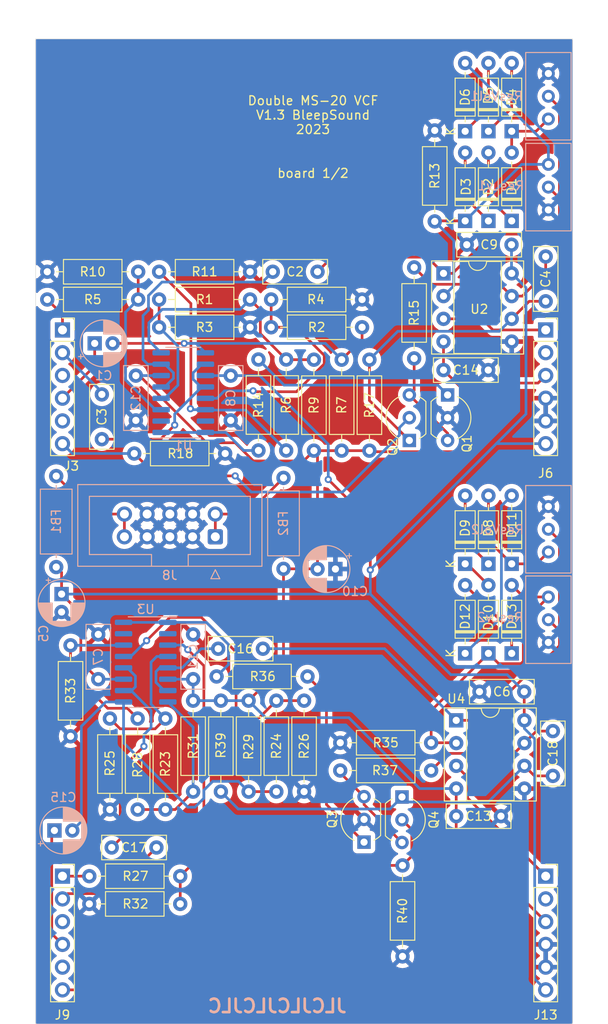
<source format=kicad_pcb>
(kicad_pcb (version 20221018) (generator pcbnew)
  (layers (0 "F.Cu" signal) (31 "B.Cu" signal) (34 "B.Paste" user) (35 "F.Paste" user) (36 "B.SilkS" user "B.Silkscreen") (37 "F.SilkS" user "F.Silkscreen") (38 "B.Mask" user) (39 "F.Mask" user) (44 "Edge.Cuts" user))
  (net 0 "")
  (net 1 "GND")
  (net 2 "+12V")
  (net 3 "-12V")
  (net 4 "Net-(C4-Pad1)")
  (net 5 "Net-(C2-Pad1)")
  (net 6 "Net-(Q2-C)")
  (net 7 "Net-(C1-Pad2)")
  (net 8 "Net-(Q4-C)")
  (net 9 "/HPass")
  (net 10 "/Out1")
  (net 11 "Net-(C2-Pad2)")
  (net 12 "Net-(C3-Pad1)")
  (net 13 "Net-(C15-Pad2)")
  (net 14 "/Filtre2/HPass")
  (net 15 "/Filtre2/Out1")
  (net 16 "Net-(D1-K)")
  (net 17 "Net-(D1-A)")
  (net 18 "Net-(C16-Pad1)")
  (net 19 "Net-(D2-K)")
  (net 20 "Net-(C16-Pad2)")
  (net 21 "Net-(D3-K)")
  (net 22 "Net-(D4-A)")
  (net 23 "Net-(D5-A)")
  (net 24 "Net-(C17-Pad1)")
  (net 25 "Net-(D8-K)")
  (net 26 "Net-(D11-K)")
  (net 27 "/LPass")
  (net 28 "/Cutoff")
  (net 29 "/ResOut")
  (net 30 "Net-(C18-Pad1)")
  (net 31 "/Filtre2/LPass")
  (net 32 "/Filtre2/Cutoff")
  (net 33 "/Filtre2/ResOut")
  (net 34 "Net-(D10-A)")
  (net 35 "Net-(D10-K)")
  (net 36 "Net-(D11-A)")
  (net 37 "Net-(D12-A)")
  (net 38 "Net-(R1-Pad2)")
  (net 39 "Net-(J8-Pin_10)")
  (net 40 "Net-(J8-Pin_1)")
  (net 41 "Net-(R23-Pad2)")
  (net 48 "Net-(Q1-C)")
  (net 49 "Net-(Q1-E)")
  (net 50 "Net-(Q3-C)")
  (net 51 "Net-(Q3-E)")
  (net 52 "Net-(U1C--)")
  (net 53 "Net-(U1A--)")
  (net 54 "Net-(U1C-+)")
  (net 55 "Net-(U1A-+)")
  (net 56 "Net-(U3C--)")
  (net 57 "Net-(U3A--)")
  (net 58 "Net-(U3C-+)")
  (net 59 "Net-(U3A-+)")
  (net 61 "Net-(R14-Pad2)")
  (net 65 "Net-(R36-Pad2)")
  (footprint "Capacitor_THT:C_Disc_D7.0mm_W2.5mm_P5.00mm" (layer "F.Cu") (at 87 60.8 -90)
    (fp_text reference "C4")
    (fp_text value "1nF")
  )
  (footprint "Capacitor_THT:C_Disc_D7.0mm_W2.5mm_P5.00mm" (layer "F.Cu") (at 87.8 113.8 -90)
    (fp_text reference "C18")
    (fp_text value "1nF")
  )
  (footprint "Capacitor_THT:C_Disc_D7.0mm_W2.5mm_P5.00mm" (layer "F.Cu") (at 38.5 126.8)
    (fp_text reference "C17")
    (fp_text value "1nF")
  )
  (footprint "Diode_THT:D_DO-35_SOD27_P7.62mm_Horizontal" (layer "F.Cu") (at 83.2 56.82 90)
    (fp_text reference "D1")
    (fp_text value "1N4148")
  )
  (footprint "Diode_THT:D_DO-35_SOD27_P7.62mm_Horizontal" (layer "F.Cu") (at 83.2 46.81 90)
    (fp_text reference "D4")
    (fp_text value "1N4148")
  )
  (footprint "Diode_THT:D_DO-35_SOD27_P7.62mm_Horizontal" (layer "F.Cu") (at 80.6 56.82 90)
    (fp_text reference "D2")
    (fp_text value "1N4148")
  )
  (footprint "Diode_THT:D_DO-35_SOD27_P7.62mm_Horizontal" (layer "F.Cu") (at 80.6 46.81 90)
    (fp_text reference "D5")
    (fp_text value "1N4148")
  )
  (footprint "Diode_THT:D_DO-35_SOD27_P7.62mm_Horizontal" (layer "F.Cu") (at 78 56.82 90)
    (fp_text reference "D3")
    (fp_text value "1N4148")
  )
  (footprint "Diode_THT:D_DO-35_SOD27_P7.62mm_Horizontal" (layer "F.Cu") (at 78 46.81 90)
    (fp_text reference "D6")
    (fp_text value "1N4148")
  )
  (footprint "Connector_PinSocket_2.54mm:PinSocket_1x06_P2.54mm_Vertical" (layer "F.Cu") (at 87 69)
    (fp_text reference "J6")
    (fp_text value "Conn_CircuitBoard")
  )
  (footprint "Connector_PinSocket_2.54mm:PinSocket_1x06_P2.54mm_Vertical" (layer "F.Cu") (at 33 130)
    (fp_text reference "J9")
    (fp_text value "Conn_CircuitBoard")
  )
  (footprint "Package_TO_SOT_THT:TO-92_Inline_Wide" (layer "F.Cu") (at 76.04 76.26 -90)
    (fp_text reference "Q1")
    (fp_text value "BC559")
  )
  (footprint "Package_TO_SOT_THT:TO-92_Inline_Wide" (layer "F.Cu") (at 71.76 81.34 90)
    (fp_text reference "Q2")
    (fp_text value "BC559")
  )
  (footprint "Package_TO_SOT_THT:TO-92_Inline_Wide" (layer "F.Cu") (at 66.7 126.2 90)
    (fp_text reference "Q3")
    (fp_text value "BC559")
  )
  (footprint "Resistor_THT:R_Axial_DIN0207_L6.3mm_D2.5mm_P10.16mm_Horizontal" (layer "F.Cu") (at 53.96 68.7 180)
    (fp_text reference "R3")
    (fp_text value "470")
  )
  (footprint "Resistor_THT:R_Axial_DIN0207_L6.3mm_D2.5mm_P10.16mm_Horizontal" (layer "F.Cu") (at 31.3 62.5)
    (fp_text reference "R10")
    (fp_text value "470")
  )
  (footprint "Resistor_THT:R_Axial_DIN0207_L6.3mm_D2.5mm_P10.16mm_Horizontal" (layer "F.Cu") (at 54.9 72.3 -90)
    (fp_text reference "R14")
    (fp_text value "2.2k")
  )
  (footprint "Resistor_THT:R_Axial_DIN0207_L6.3mm_D2.5mm_P10.16mm_Horizontal" (layer "F.Cu") (at 43.8 65.6)
    (fp_text reference "R1")
    (fp_text value "100k")
  )
  (footprint "Resistor_THT:R_Axial_DIN0207_L6.3mm_D2.5mm_P10.16mm_Horizontal" (layer "F.Cu") (at 67.3 82.48 90)
    (fp_text reference "R17")
    (fp_text value "100k")
  )
  (footprint "Resistor_THT:R_Axial_DIN0207_L6.3mm_D2.5mm_P10.16mm_Horizontal" (layer "F.Cu") (at 51.18 82.8 180)
    (fp_text reference "R18")
    (fp_text value "2.2k")
  )
  (footprint "Resistor_THT:R_Axial_DIN0207_L6.3mm_D2.5mm_P10.16mm_Horizontal" (layer "F.Cu") (at 58 72.3 -90)
    (fp_text reference "R6")
    (fp_text value "100k")
  )
  (footprint "Resistor_THT:R_Axial_DIN0207_L6.3mm_D2.5mm_P10.16mm_Horizontal" (layer "F.Cu") (at 66.48 65.6 180)
    (fp_text reference "R4")
    (fp_text value "470")
  )
  (footprint "Resistor_THT:R_Axial_DIN0207_L6.3mm_D2.5mm_P10.16mm_Horizontal" (layer "F.Cu") (at 53.96 62.5 180)
    (fp_text reference "R11")
    (fp_text value "470")
  )
  (footprint "Resistor_THT:R_Axial_DIN0207_L6.3mm_D2.5mm_P10.16mm_Horizontal" (layer "F.Cu") (at 56.32 68.7)
    (fp_text reference "R2")
    (fp_text value "100k")
  )
  (footprint "Resistor_THT:R_Axial_DIN0207_L6.3mm_D2.5mm_P10.16mm_Horizontal" (layer "F.Cu") (at 74.6 46.72 -90)
    (fp_text reference "R13")
    (fp_text value "2.2k")
  )
  (footprint "Resistor_THT:R_Axial_DIN0207_L6.3mm_D2.5mm_P10.16mm_Horizontal" (layer "F.Cu") (at 38.3 122.56 90)
    (fp_text reference "R25")
    (fp_text value "470")
  )
  (footprint "Resistor_THT:R_Axial_DIN0207_L6.3mm_D2.5mm_P10.16mm_Horizontal" (layer "F.Cu") (at 60.38 107.7 180)
    (fp_text reference "R36")
    (fp_text value "2.2k")
  )
  (footprint "Resistor_THT:R_Axial_DIN0207_L6.3mm_D2.5mm_P10.16mm_Horizontal" (layer "F.Cu") (at 44.5 112.4 -90)
    (fp_text reference "R23")
    (fp_text value "100k")
  )
  (footprint "Resistor_THT:R_Axial_DIN0207_L6.3mm_D2.5mm_P10.16mm_Horizontal" (layer "F.Cu") (at 50.7 110.4 -90)
    (fp_text reference "R39")
    (fp_text value "100k")
  )
  (footprint "Resistor_THT:R_Axial_DIN0207_L6.3mm_D2.5mm_P10.16mm_Horizontal" (layer "F.Cu") (at 64.04 118.2)
    (fp_text reference "R37")
    (fp_text value "1k")
  )
  (footprint "Resistor_THT:R_Axial_DIN0207_L6.3mm_D2.5mm_P10.16mm_Horizontal" (layer "F.Cu") (at 71 138.96 90)
    (fp_text reference "R40")
    (fp_text value "2.2k")
  )
  (footprint "Resistor_THT:R_Axial_DIN0207_L6.3mm_D2.5mm_P10.16mm_Horizontal" (layer "F.Cu") (at 47.6 110.4 -90)
    (fp_text reference "R31")
    (fp_text value "1.8k")
  )
  (footprint "Resistor_THT:R_Axial_DIN0207_L6.3mm_D2.5mm_P10.16mm_Horizontal" (layer "F.Cu") (at 41.4 122.56 90)
    (fp_text reference "R28")
    (fp_text value "100k")
  )
  (footprint "Resistor_THT:R_Axial_DIN0207_L6.3mm_D2.5mm_P10.16mm_Horizontal" (layer "F.Cu") (at 60 120.56 90)
    (fp_text reference "R26")
    (fp_text value "470")
  )
  (footprint "Resistor_THT:R_Axial_DIN0207_L6.3mm_D2.5mm_P10.16mm_Horizontal" (layer "F.Cu") (at 33.9 114.38 90)
    (fp_text reference "R33")
    (fp_text value "470")
  )
  (footprint "Resistor_THT:R_Axial_DIN0207_L6.3mm_D2.5mm_P10.16mm_Horizontal" (layer "F.Cu") (at 56.9 110.4 -90)
    (fp_text reference "R24")
    (fp_text value "100k")
  )
  (footprint "Resistor_THT:R_Axial_DIN0207_L6.3mm_D2.5mm_P10.16mm_Horizontal" (layer "F.Cu") (at 53.8 110.4 -90)
    (fp_text reference "R29")
    (fp_text value "1.8k")
  )
  (footprint "Resistor_THT:R_Axial_DIN0207_L6.3mm_D2.5mm_P10.16mm_Horizontal" (layer "F.Cu") (at 64.04 115.1)
    (fp_text reference "R35")
    (fp_text value "2.2k")
  )
  (footprint "Package_DIP:DIP-8_W7.62mm_Socket" (layer "F.Cu") (at 77 112.6)
    (fp_text reference "U4")
    (fp_text value "TL072")
  )
  (footprint "Connector_PinSocket_2.54mm:PinSocket_1x06_P2.54mm_Vertical" (layer "F.Cu") (at 87 130)
    (fp_text reference "J13")
    (fp_text value "Conn_CircuitBoard")
  )
  (footprint "Resistor_THT:R_Axial_DIN0207_L6.3mm_D2.5mm_P10.16mm_Horizontal" (layer "F.Cu") (at 72.3 72.18 90)
    (fp_text reference "R15")
    (fp_text value "1k")
  )
  (footprint "Package_DIP:DIP-8_W7.62mm_Socket" (layer "F.Cu") (at 75.58 62.68)
    (fp_text reference "U2")
    (fp_text value "TL072")
  )
  (footprint "Package_TO_SOT_THT:TO-92_Inline_Wide" (layer "F.Cu") (at 70.94 121.16 -90)
    (fp_text reference "Q4")
    (fp_text value "BC559")
  )
  (footprint "Capacitor_THT:C_Disc_D7.0mm_W2.5mm_P5.00mm" (layer "F.Cu") (at 50.4 104.6)
    (fp_text reference "C16")
    (fp_text value "1nF")
  )
  (footprint "Diode_THT:D_DO-35_SOD27_P7.62mm_Horizontal" (layer "F.Cu") (at 78 95.12 90)
    (fp_text reference "D9")
    (fp_text value "1N4148")
  )
  (footprint "Diode_THT:D_DO-35_SOD27_P7.62mm_Horizontal" (layer "F.Cu") (at 80.6 95.12 90)
    (fp_text reference "D8")
    (fp_text value "1N4148")
  )
  (footprint "Diode_THT:D_DO-35_SOD27_P7.62mm_Horizontal" (layer "F.Cu") (at 83.2 95.12 90)
    (fp_text reference "D11")
    (fp_text value "1N4148")
  )
  (footprint "Diode_THT:D_DO-35_SOD27_P7.62mm_Horizontal" (layer "F.Cu") (at 83.2 105.12 90)
    (fp_text reference "D13")
    (fp_text value "1N4148")
  )
  (footprint "Diode_THT:D_DO-35_SOD27_P7.62mm_Horizontal" (layer "F.Cu") (at 80.6 105.12 90)
    (fp_text reference "D10")
    (fp_text value "1N4148")
  )
  (footprint "Diode_THT:D_DO-35_SOD27_P7.62mm_Horizontal" (layer "F.Cu") (at 78 105.12 90)
    (fp_text reference "D12")
    (fp_text value "1N4148")
  )
  (footprint "Capacitor_THT:C_Disc_D7.0mm_W2.5mm_P5.00mm" (layer "F.Cu") (at 56.5 62.5)
    (fp_text reference "C2")
    (fp_text value "1nF")
  )
  (footprint "Resistor_THT:R_Axial_DIN0207_L6.3mm_D2.5mm_P10.16mm_Horizontal" (layer "F.Cu") (at 31.3 65.6)
    (fp_text reference "R5")
    (fp_text value "100k")
  )
  (footprint "Resistor_THT:R_Axial_DIN0207_L6.3mm_D2.5mm_P10.16mm_Horizontal" (layer "F.Cu") (at 61.1 82.48 90)
    (fp_text reference "R9")
    (fp_text value "1.8k")
  )
  (footprint "Resistor_THT:R_Axial_DIN0207_L6.3mm_D2.5mm_P10.16mm_Horizontal" (layer "F.Cu") (at 64.2 82.48 90)
    (fp_text reference "R7")
    (fp_text value "1.8k")
  )
  (footprint "Connector_PinSocket_2.54mm:PinSocket_1x06_P2.54mm_Vertical" (layer "F.Cu") (at 33 69)
    (fp_text reference "J3")
    (fp_text value "Conn_CircuitBoard")
  )
  (footprint "Capacitor_THT:C_Disc_D7.0mm_W2.5mm_P5.00mm" (layer "F.Cu") (at 37.4 81.2 90)
    (fp_text reference "C3")
    (fp_text value "1nF")
  )
  (footprint "Resistor_THT:R_Axial_DIN0207_L6.3mm_D2.5mm_P10.16mm_Horizontal" (layer "F.Cu") (at 36 133.1)
    (fp_text reference "R32")
    (fp_text value "470")
  )
  (footprint "Resistor_THT:R_Axial_DIN0207_L6.3mm_D2.5mm_P10.16mm_Horizontal" (layer "F.Cu") (at 36 130)
    (fp_text reference "R27")
    (fp_text value "100k")
  )
  (footprint "Capacitor_THT:C_Disc_D7.0mm_W2.5mm_P5.00mm" (layer "F.Cu") (at 83.18 59.48 180)
    (fp_text reference "C9")
    (fp_text value "100nF")
  )
  (footprint "Capacitor_THT:C_Disc_D7.0mm_W2.5mm_P5.00mm" (layer "F.Cu") (at 82 123.3 180)
    (fp_text reference "C13")
    (fp_text value "100nF")
  )
  (footprint "Capacitor_THT:C_Disc_D7.0mm_W2.5mm_P5.00mm" (layer "F.Cu") (at 80.58 73.48 180)
    (fp_text reference "C14")
    (fp_text value "100nF")
  )
  (footprint "Capacitor_THT:C_Disc_D7.0mm_W2.5mm_P5.00mm" (layer "F.Cu") (at 84.6 109.4 180)
    (fp_text reference "C6")
    (fp_text value "100nF")
  )
  (footprint "Capacitor_THT:CP_Radial_D5.0mm_P2.00mm" (layer "B.Cu") (at 32.9 98.5 -90)
    (fp_text reference "C5")
    (fp_text value "10uF")
  )
  (footprint "Capacitor_THT:CP_Radial_D5.0mm_P2.00mm" (layer "B.Cu") (at 63.5 95.7 180)
    (fp_text reference "C10")
    (fp_text value "10uF")
  )
  (footprint "Capacitor_THT:CP_Radial_D5.0mm_P2.00mm" (layer "B.Cu") (at 36.6 70.5)
    (fp_text reference "C1")
    (fp_text value "10uF")
  )
  (footprint "Inductor_THT:L_Axial_L7.0mm_D3.3mm_P10.16mm_Horizontal_Fastron_MICC" (layer "B.Cu") (at 57.7 95.68 90)
    (fp_text reference "FB2")
    (fp_text value "10R")
  )
  (footprint "Potentiometer_THT:Potentiometer_Bourns_3386C_Horizontal" (layer "B.Cu") (at 87.3 55.59)
    (fp_text reference "ResLv1")
    (fp_text value "10k")
  )
  (footprint "Potentiometer_THT:Potentiometer_Bourns_3386C_Horizontal" (layer "B.Cu") (at 87.3 45.44)
    (fp_text reference "ResVol1")
    (fp_text value "10k")
  )
  (footprint "Package_SO:SOIC-16_3.9x9.9mm_P1.27mm" (layer "B.Cu") (at 42.3 106.1 180)
    (fp_text reference "U3")
    (fp_text value "LM13700")
  )
  (footprint "Capacitor_THT:CP_Radial_D5.0mm_P2.00mm" (layer "B.Cu") (at 32.1 124.9)
    (fp_text reference "C15")
    (fp_text value "10uF")
  )
  (footprint "Inductor_THT:L_Axial_L7.0mm_D3.3mm_P10.16mm_Horizontal_Fastron_MICC" (layer "B.Cu") (at 32.3 95.48 90)
    (fp_text reference "FB1")
    (fp_text value "10R")
  )
  (footprint "Potentiometer_THT:Potentiometer_Bourns_3386C_Horizontal" (layer "B.Cu") (at 87.3 103.9)
    (fp_text reference "ResLv2")
    (fp_text value "10k")
  )
  (footprint "Potentiometer_THT:Potentiometer_Bourns_3386C_Horizontal" (layer "B.Cu") (at 87.3 93.8)
    (fp_text reference "ResVol2")
    (fp_text value "10k")
  )
  (footprint "Package_SO:SOIC-16_3.9x9.9mm_P1.27mm" (layer "B.Cu") (at 46.5 76)
    (fp_text reference "U1")
    (fp_text value "LM13700")
  )
  (footprint "Connector_IDC:IDC-Header_2x05_P2.54mm_Vertical" (layer "B.Cu") (at 50.08 92.1 90)
    (fp_text reference "J8")
    (fp_text value "Power Input")
  )
  (footprint "Capacitor_THT:C_Disc_D7.0mm_W2.5mm_P5.00mm" (layer "B.Cu") (at 37 108 90)
    (fp_text reference "C7")
    (fp_text value "100nF")
  )
  (footprint "Capacitor_THT:C_Disc_D7.0mm_W2.5mm_P5.00mm" (layer "B.Cu") (at 41.2 79.1 90)
    (fp_text reference "C12")
    (fp_text value "100nF")
  )
  (footprint "Capacitor_THT:C_Disc_D7.0mm_W2.5mm_P5.00mm" (layer "B.Cu") (at 47.6 103 -90)
    (fp_text reference "C11")
    (fp_text value "100nF")
  )
  (footprint "Capacitor_THT:C_Disc_D7.0mm_W2.5mm_P5.00mm" (layer "B.Cu") (at 51.8 74.1 -90)
    (fp_text reference "C8")
    (fp_text value "100nF")
  )
  (gr_line (start 90 36.5) (end 90 146.5) (stroke (width 0.05)) (layer "Edge.Cuts"))
  (gr_line (start 30 36.5) (end 90 36.5) (stroke (width 0.05)) (layer "Edge.Cuts"))
  (gr_line (start 30 36.5) (end 30 146.5) (stroke (width 0.05)) (layer "Edge.Cuts"))
  (gr_line (start 30 146.5) (end 90 146.5) (stroke (width 0.05)) (layer "Edge.Cuts"))
  (gr_text "JLCJLCJLCJLC" (at 57 144.5) (layer "B.SilkS") (effects (font (size 1.5 1.5) (thickness 0.3)) (justify mirror)))
  (gr_text "Double MS-20 VCF\nV1.3 BleepSound\n2023" (at 61 45) (layer "F.SilkS") (effects (font (size 1 1))))
  (gr_text "board 1/2" (at 61 51.5) (layer "F.SilkS") (effects (font (size 1 1))))
  (segment (start 32.9 98.5) (end 32.9 96.08) (width 0.3) (layer "F.Cu") (net 2))
  (segment (start 35.05 100.65) (end 35.05 106.05) (width 0.3) (layer "F.Cu") (net 2))
  (segment (start 32.9 96.08) (end 32.3 95.48) (width 0.3) (layer "F.Cu") (net 2))
  (segment (start 84.6 109.4) (end 84.6 112.58) (width 0.3) (layer "F.Cu") (net 2))
  (segment (start 84.6 112.58) (end 84.62 112.6) (width 0.3) (layer "F.Cu") (net 2))
  (segment (start 62.7 85.7) (end 67.4 90.4) (width 0.3) (layer "F.Cu") (net 2))
  (segment (start 35.05 106.05) (end 37 108) (width 0.3) (layer "F.Cu") (net 2))
  (segment (start 32.9 98.5) (end 35.05 100.65) (width 0.3) (layer "F.Cu") (net 2))
  (segment (start 67.4 90.4) (end 67.4 95.8) (width 0.3) (layer "F.Cu") (net 2))
  (via (at 67.4 95.8) (size 0.8) (drill 0.4) (layers "F.Cu" "B.Cu") (net 2))
  (via (at 62.7 85.7) (size 0.8) (drill 0.4) (layers "F.Cu" "B.Cu") (net 2))
  (segment (start 32.9 98.5) (end 67.4 98.5) (width 0.3) (layer "B.Cu") (net 2))
  (segment (start 51.8 74.1) (end 55.039312 74.1) (width 0.3) (layer "B.Cu") (net 2))
  (segment (start 51.8 74.1) (end 48.98 74.1) (width 0.3) (layer "B.Cu") (net 2))
  (segment (start 55.039312 74.1) (end 62.7 81.760688) (width 0.3) (layer "B.Cu") (net 2))
  (segment (start 85.77 114.663654) (end 85.77 141.43) (width 0.3) (layer "B.Cu") (net 2))
  (segment (start 67.4 98.5) (end 76.4 107.5) (width 0.3) (layer "B.Cu") (net 2))
  (segment (start 48.98 74.1) (end 48.975 74.095) (width 0.3) (layer "B.Cu") (net 2))
  (segment (start 82.7 107.5) (end 84.6 109.4) (width 0.3) (layer "B.Cu") (net 2))
  (segment (start 84.62 113.513654) (end 85.77 114.663654) (width 0.3) (layer "B.Cu") (net 2))
  (segment (start 37.005 108.005) (end 37 108) (width 0.3) (layer "B.Cu") (net 2))
  (segment (start 85.75 141.45) (end 87 142.7) (width 0.3) (layer "B.Cu") (net 2))
  (segment (start 62.7 81.760688) (end 62.7 85.7) (width 0.3) (layer "B.Cu") (net 2))
  (segment (start 83.18 59.48) (end 83.18 62.66) (width 0.3) (layer "B.Cu") (net 2))
  (segment (start 83.18 62.66) (end 83.2 62.68) (width 0.3) (layer "B.Cu") (net 2))
  (segment (start 81.480688 81.7) (end 67.4 95.780688) (width 0.3) (layer "B.Cu") (net 2))
  (segment (start 87 81.7) (end 81.480688 81.7) (width 0.3) (layer "B.Cu") (net 2))
  (segment (start 85.77 141.43) (end 85.75 141.45) (width 0.3) (layer "B.Cu") (net 2))
  (segment (start 83.2 62.68) (end 84.8 64.28) (width 0.3) (layer "B.Cu") (net 2))
  (segment (start 67.4 95.780688) (end 67.4 98.5) (width 0.3) (layer "B.Cu") (net 2))
  (segment (start 84.8 78.380688) (end 81.480688 81.7) (width 0.3) (layer "B.Cu") (net 2))
  (segment (start 84.62 112.6) (end 84.62 113.513654) (width 0.3) (layer "B.Cu") (net 2))
  (segment (start 76.4 107.5) (end 82.7 107.5) (width 0.3) (layer "B.Cu") (net 2))
  (segment (start 84.8 64.28) (end 84.8 78.380688) (width 0.3) (layer "B.Cu") (net 2))
  (segment (start 39.825 108.005) (end 37.005 108.005) (width 0.3) (layer "B.Cu") (net 2))
  (segment (start 61.5 82.88) (end 61.1 82.48) (width 0.3) (layer "F.Cu") (net 3))
  (segment (start 77 125.08) (end 87 135.08) (width 0.3) (layer "F.Cu") (net 3))
  (segment (start 61.1 82.48) (end 64.2 82.48) (width 0.3) (layer "F.Cu") (net 3))
  (segment (start 49.1 81.6) (end 52.3 81.6) (width 0.3) (layer "F.Cu") (net 3))
  (segment (start 87 74.08) (end 86.15 74.93) (width 0.3) (layer "F.Cu") (net 3))
  (segment (start 77 123.3) (end 77 120.22) (width 0.3) (layer "F.Cu") (net 3))
  (segment (start 86.15 74.93) (end 77.03 74.93) (width 0.3) (layer "F.Cu") (net 3))
  (segment (start 41.6 74.1) (end 49.1 81.6) (width 0.3) (layer "F.Cu") (net 3))
  (segment (start 57.7 95.68) (end 61.48 95.68) (width 0.3) (layer "F.Cu") (net 3))
  (segment (start 75.58 70.3) (end 75.58 73.48) (width 0.3) (layer "F.Cu") (net 3))
  (segment (start 77 123.3) (end 77 125.08) (width 0.3) (layer "F.Cu") (net 3))
  (segment (start 59.95 83.63) (end 61.1 82.48) (width 0.3) (layer "F.Cu") (net 3))
  (segment (start 77.03 74.93) (end 75.58 73.48) (width 0.3) (layer "F.Cu") (net 3))
  (segment (start 52.3 81.6) (end 54.33 83.63) (width 0.3) (layer "F.Cu") (net 3))
  (segment (start 61.5 95.7) (end 61.5 82.88) (width 0.3) (layer "F.Cu") (net 3))
  (segment (start 77.03 74.93) (end 78.1 76) (width 0.3) (layer "F.Cu") (net 3))
  (segment (start 57.7 95.68) (end 57.7 106.5) (width 0.3) (layer "F.Cu") (net 3))
  (segment (start 67.42 82.6) (end 67.3 82.48) (width 0.3) (layer "F.Cu") (net 3))
  (segment (start 76.8 82.6) (end 67.42 82.6) (width 0.3) (layer "F.Cu") (net 3))
  (segment (start 78.1 81.3) (end 76.8 82.6) (width 0.3) (layer "F.Cu") (net 3))
  (segment (start 57.7 106.5) (end 53.8 110.4) (width 0.3) (layer "F.Cu") (net 3))
  (segment (start 54.33 83.63) (end 59.95 83.63) (width 0.3) (layer "F.Cu") (net 3))
  (segment (start 61.48 95.68) (end 61.5 95.7) (width 0.3) (layer "F.Cu") (net 3))
  (segment (start 78.1 76) (end 78.1 81.3) (width 0.3) (layer "F.Cu") (net 3))
  (segment (start 64.2 82.48) (end 67.3 82.48) (width 0.3) (layer "F.Cu") (net 3))
  (segment (start 41.2 74.1) (end 41.6 74.1) (width 0.3) (layer "F.Cu") (net 3))
  (segment (start 44.025 74.095) (end 41.205 74.095) (width 0.3) (layer "B.Cu") (net 3))
  (segment (start 44.775 108.005) (end 47.595 108.005) (width 0.3) (layer "B.Cu") (net 3))
  (segment (start 47.595 108.005) (end 47.6 108) (width 0.3) (layer "B.Cu") (net 3))
  (segment (start 41.205 74.095) (end 41.2 74.1) (width 0.3) (layer "B.Cu") (net 3))
  (segment (start 55.7 112.3) (end 53.8 110.4) (width 0.3) (layer "B.Cu") (net 3))
  (segment (start 50.7 110.4) (end 53.8 110.4) (width 0.3) (layer "B.Cu") (net 3))
  (segment (start 77 120.22) (end 72.92 120.22) (width 0.3) (layer "B.Cu") (net 3))
  (segment (start 65 112.3) (end 55.7 112.3) (width 0.3) (layer "B.Cu") (net 3))
  (segment (start 72.92 120.22) (end 65 112.3) (width 0.3) (layer "B.Cu") (net 3))
  (segment (start 47.6 110.4) (end 50.7 110.4) (width 0.3) (layer "B.Cu") (net 3))
  (segment (start 47.6 108) (end 47.6 110.4) (width 0.3) (layer "B.Cu") (net 3))
  (segment (start 72.3 62.02) (end 74.18 63.9) (width 0.3) (layer "F.Cu") (net 4))
  (segment (start 81.88 63.9) (end 83.2 65.22) (width 0.3) (layer "F.Cu") (net 4))
  (segment (start 87 60.8) (end 87 62.6) (width 0.3) (layer "F.Cu") (net 4))
  (segment (start 87 62.6) (end 84.38 65.22) (width 0.3) (layer "F.Cu") (net 4))
  (segment (start 74.18 63.9) (end 81.88 63.9) (width 0.3) (layer "F.Cu") (net 4))
  (segment (start 84.38 65.22) (end 83.2 65.22) (width 0.3) (layer "F.Cu") (net 4))
  (segment (start 42.525 72.825) (end 44.025 72.825) (width 0.3) (layer "B.Cu") (net 5))
  (segment (start 44.123654 63.65) (end 42.61 65.163654) (width 0.3) (layer "B.Cu") (net 5))
  (segment (start 44.025 72.825) (end 44.437107 72.825) (width 0.3) (layer "B.Cu") (net 5))
  (segment (start 42.61 66.79) (end 42 67.4) (width 0.3) (layer "B.Cu") (net 5))
  (segment (start 42.61 65.163654) (end 42.61 66.79) (width 0.3) (layer "B.Cu") (net 5))
  (segment (start 45.4 73.787893) (end 45.4 74.402107) (width 0.3) (layer "B.Cu") (net 5))
  (segment (start 44.437107 75.365) (end 44.025 75.365) (width 0.3) (layer "B.Cu") (net 5))
  (segment (start 45.4 74.402107) (end 44.437107 75.365) (width 0.3) (layer "B.Cu") (net 5))
  (segment (start 42 67.4) (end 42 72.3) (width 0.3) (layer "B.Cu") (net 5))
  (segment (start 44.437107 72.825) (end 45.4 73.787893) (width 0.3) (layer "B.Cu") (net 5))
  (segment (start 55.35 63.65) (end 44.123654 63.65) (width 0.3) (layer "B.Cu") (net 5))
  (segment (start 42 72.3) (end 42.525 72.825) (width 0.3) (layer "B.Cu") (net 5))
  (segment (start 56.5 62.5) (end 55.35 63.65) (width 0.3) (layer "B.Cu") (net 5))
  (segment (start 67.3 76.88) (end 71.76 81.34) (width 0.3) (layer "F.Cu") (net 6))
  (segment (start 87 65.8) (end 85.16 65.8) (width 0.3) (layer "F.Cu") (net 6))
  (segment (start 67.3 72.32) (end 67.3 76.88) (width 0.3) (layer "F.Cu") (net 6))
  (segment (start 85.16 65.8) (end 83.2 67.76) (width 0.3) (layer "F.Cu") (net 6))
  (segment (start 70.47 69.15) (end 67.3 72.32) (width 0.3) (layer "B.Cu") (net 6))
  (segment (start 83.2 67.76) (end 81.81 69.15) (width 0.3) (layer "B.Cu") (net 6))
  (segment (start 81.81 69.15) (end 70.47 69.15) (width 0.3) (layer "B.Cu") (net 6))
  (segment (start 38.6 70.5) (end 46.6 70.5) (width 0.3) (layer "F.Cu") (net 7))
  (segment (start 66.48 68.7) (end 66.48 70.04) (width 0.3) (layer "F.Cu") (net 7))
  (segment (start 66.48 70.04) (end 64.2 72.32) (width 0.3) (layer "F.Cu") (net 7))
  (via (at 46.6 70.5) (size 0.8) (drill 0.4) (layers "F.Cu" "B.Cu") (net 7))
  (segment (start 47.92 70.5) (end 48.975 71.555) (width 0.3) (layer "B.Cu") (net 7))
  (segment (start 46.6 70.5) (end 47.92 70.5) (width 0.3) (layer "B.Cu") (net 7))
  (segment (start 62.38 70.5) (end 64.2 72.32) (width 0.3) (layer "B.Cu") (net 7))
  (segment (start 46.6 70.5) (end 62.38 70.5) (width 0.3) (layer "B.Cu") (net 7))
  (segment (start 85.74 118.8) (end 84.62 117.68) (width 0.3) (layer "F.Cu") (net 8))
  (segment (start 87.8 118.8) (end 85.74 118.8) (width 0.3) (layer "F.Cu") (net 8))
  (segment (start 84.62 117.68) (end 80.580689 121.719311) (width 0.3) (layer "B.Cu") (net 8))
  (segment (start 69.6 122.5) (end 52.64 122.5) (width 0.3) (layer "B.Cu") (net 8))
  (segment (start 52.64 122.5) (end 50.7 120.56) (width 0.3) (layer "B.Cu") (net 8))
  (segment (start 71.499311 121.719311) (end 70.94 121.16) (width 0.3) (layer "B.Cu") (net 8))
  (segment (start 70.94 121.16) (end 69.6 122.5) (width 0.3) (layer "B.Cu") (net 8))
  (segment (start 80.580689 121.719311) (end 71.499311 121.719311) (width 0.3) (layer "B.Cu") (net 8))
  (segment (start 33 71.54) (end 37.4 75.94) (width 0.3) (layer "B.Cu") (net 9))
  (segment (start 37.4 75.94) (end 37.4 76.2) (width 0.3) (layer "B.Cu") (net 9))
  (segment (start 36.6 73.02) (end 33 76.62) (width 0.3) (layer "F.Cu") (net 10))
  (segment (start 36.6 70.5) (end 36.6 73.02) (width 0.3) (layer "F.Cu") (net 10))
  (segment (start 63.13 60.87) (end 61.5 62.5) (width 0.3) (layer "F.Cu") (net 11))
  (segment (start 76.606346 62.68) (end 75.58 62.68) (width 0.3) (layer "F.Cu") (net 11))
  (segment (start 87.3 42.9) (end 88.54 44.14) (width 0.3) (layer "F.Cu") (net 11))
  (segment (start 87.3 53.05) (end 88.41 54.16) (width 0.3) (layer "F.Cu") (net 11))
  (segment (start 75.58 62.68) (end 73.77 60.87) (width 0.3) (layer "F.Cu") (net 11))
  (segment (start 87 58.3) (end 80.986346 58.3) (width 0.3) (layer "F.Cu") (net 11))
  (segment (start 73.77 60.87) (end 63.13 60.87) (width 0.3) (layer "F.Cu") (net 11))
  (segment (start 88.54 44.14) (end 88.54 54.16) (width 0.3) (layer "F.Cu") (net 11))
  (segment (start 88.41 54.16) (end 88.54 54.16) (width 0.3) (layer "F.Cu") (net 11))
  (segment (start 88.54 56.76) (end 87 58.3) (width 0.3) (layer "F.Cu") (net 11))
  (segment (start 88.54 54.16) (end 88.54 56.76) (width 0.3) (layer "F.Cu") (net 11))
  (segment (start 80.986346 58.3) (end 76.606346 62.68) (width 0.3) (layer "F.Cu") (net 11))
  (segment (start 45.540266 79.617035) (end 43.957301 81.2) (width 0.3) (layer "F.Cu") (net 12))
  (segment (start 43.957301 81.2) (end 37.4 81.2) (width 0.3) (layer "F.Cu") (net 12))
  (via (at 45.540266 79.617035) (size 0.8) (drill 0.4) (layers "F.Cu" "B.Cu") (net 12))
  (segment (start 48.975 72.825) (end 48.562893 72.825) (width 0.3) (layer "B.Cu") (net 12))
  (segment (start 47.6 74.5) (end 48.465 75.365) (width 0.3) (layer "B.Cu") (net 12))
  (segment (start 45.540266 78.387627) (end 48.562893 75.365) (width 0.3) (layer "B.Cu") (net 12))
  (segment (start 47.6 73.787893) (end 47.6 74.5) (width 0.3) (layer "B.Cu") (net 12))
  (segment (start 48.562893 75.365) (end 48.975 75.365) (width 0.3) (layer "B.Cu") (net 12))
  (segment (start 48.465 75.365) (end 48.975 75.365) (width 0.3) (layer "B.Cu") (net 12))
  (segment (start 48.562893 72.825) (end 47.6 73.787893) (width 0.3) (layer "B.Cu") (net 12))
  (segment (start 45.540266 79.617035) (end 45.540266 78.387627) (width 0.3) (layer "B.Cu") (net 12))
  (segment (start 56.9 120.56) (end 53.8 120.56) (width 0.3) (layer "F.Cu") (net 13))
  (segment (start 39.825 115.104312) (end 47.020688 122.3) (width 0.3) (layer "B.Cu") (net 13))
  (segment (start 39.825 110.545) (end 37.835688 110.545) (width 0.3) (layer "B.Cu") (net 13))
  (segment (start 49.8 119.4) (end 48.8 120.4) (width 0.3) (layer "B.Cu") (net 13))
  (segment (start 53.8 120.56) (end 52.65 119.41) (width 0.3) (layer "B.Cu") (net 13))
  (segment (start 52.65 119.41) (end 49.81 119.41) (width 0.3) (layer "B.Cu") (net 13))
  (segment (start 47.020688 122.3) (end 47.5 122.3) (width 0.3) (layer "B.Cu") (net 13))
  (segment (start 37.835688 110.545) (end 35.11 113.270688) (width 0.3) (layer "B.Cu") (net 13))
  (segment (start 48.8 121.3) (end 47.8 122.3) (width 0.3) (layer "B.Cu") (net 13))
  (segment (start 48.8 120.4) (end 48.8 121.3) (width 0.3) (layer "B.Cu") (net 13))
  (segment (start 49.81 119.41) (end 49.8 119.4) (width 0.3) (layer "B.Cu") (net 13))
  (segment (start 39.825 110.545) (end 39.825 115.104312) (width 0.3) (layer "B.Cu") (net 13))
  (segment (start 35.11 113.270688) (end 35.11 123.89) (width 0.3) (layer "B.Cu") (net 13))
  (segment (start 47.8 122.3) (end 47.5 122.3) (width 0.3) (layer "B.Cu") (net 13))
  (segment (start 35.11 123.89) (end 34.1 124.9) (width 0.3) (layer "B.Cu") (net 13))
  (segment (start 43.5 126.8) (end 38.35 131.95) (width 0.3) (layer "F.Cu") (net 14))
  (segment (start 38.35 131.95) (end 33.59 131.95) (width 0.3) (layer "F.Cu") (net 14))
  (segment (start 33.59 131.95) (end 33 132.54) (width 0.3) (layer "F.Cu") (net 14))
  (segment (start 31.8 136.42) (end 33 137.62) (width 0.3) (layer "F.Cu") (net 15))
  (segment (start 31.8 125.2) (end 31.8 136.42) (width 0.3) (layer "F.Cu") (net 15))
  (segment (start 32.1 124.9) (end 31.8 125.2) (width 0.3) (layer "F.Cu") (net 15))
  (segment (start 80.6 54.22) (end 83.2 56.82) (width 0.3) (layer "F.Cu") (net 16))
  (segment (start 80.6 49.2) (end 80.6 54.22) (width 0.3) (layer "F.Cu") (net 16))
  (segment (start 83.2 46.81) (end 83.2 49.2) (width 0.3) (layer "F.Cu") (net 17))
  (segment (start 85.93 46.81) (end 87.3 45.44) (width 0.3) (layer "F.Cu") (net 17))
  (segment (start 83.2 46.81) (end 85.93 46.81) (width 0.3) (layer "F.Cu") (net 17))
  (segment (start 44.775 109.275) (end 44.362893 109.275) (width 0.3) (layer "B.Cu") (net 18))
  (segment (start 44.362893 109.275) (end 43.45 108.362107) (width 0.3) (layer "B.Cu") (net 18))
  (segment (start 43.865 106.735) (end 44.775 106.735) (width 0.3) (layer "B.Cu") (net 18))
  (segment (start 43.45 107.15) (end 43.865 106.735) (width 0.3) (layer "B.Cu") (net 18))
  (segment (start 48.5 104.6) (end 46.365 106.735) (width 0.3) (layer "B.Cu") (net 18))
  (segment (start 50.4 104.6) (end 48.5 104.6) (width 0.3) (layer "B.Cu") (net 18))
  (segment (start 43.45 108.362107) (end 43.45 107.15) (width 0.3) (layer "B.Cu") (net 18))
  (segment (start 46.365 106.735) (end 44.775 106.735) (width 0.3) (layer "B.Cu") (net 18))
  (segment (start 78 49.2) (end 78 54.22) (width 0.3) (layer "F.Cu") (net 19))
  (segment (start 78 54.22) (end 80.6 56.82) (width 0.3) (layer "F.Cu") (net 19))
  (segment (start 87.3 91.26) (end 88.54 92.5) (width 0.3) (layer "F.Cu") (net 20))
  (segment (start 84.873654 107.5) (end 79.773654 112.6) (width 0.3) (layer "F.Cu") (net 20))
  (segment (start 88.54 102.56) (end 88.54 104.26) (width 0.3) (layer "F.Cu") (net 20))
  (segment (start 87.3 101.36) (end 88.5 102.56) (width 0.3) (layer "F.Cu") (net 20))
  (segment (start 88.54 92.5) (end 88.54 92.54) (width 0.3) (layer "F.Cu") (net 20))
  (segment (start 88.5 102.56) (end 88.54 102.56) (width 0.3) (layer "F.Cu") (net 20))
  (segment (start 85.3 107.5) (end 84.873654 107.5) (width 0.3) (layer "F.Cu") (net 20))
  (segment (start 79.773654 112.6) (end 77 112.6) (width 0.3) (layer "F.Cu") (net 20))
  (segment (start 88.54 92.54) (end 88.54 102.56) (width 0.3) (layer "F.Cu") (net 20))
  (segment (start 88.54 104.26) (end 85.3 107.5) (width 0.3) (layer "F.Cu") (net 20))
  (segment (start 69 104.6) (end 55.4 104.6) (width 0.3) (layer "B.Cu") (net 20))
  (segment (start 77 112.6) (end 69 104.6) (width 0.3) (layer "B.Cu") (net 20))
  (segment (start 74.66 56.82) (end 74.6 56.88) (width 0.3) (layer "F.Cu") (net 21))
  (segment (start 78 56.82) (end 74.66 56.82) (width 0.3) (layer "F.Cu") (net 21))
  (segment (start 87.3 48.49) (end 87.3 50.51) (width 0.3) (layer "B.Cu") (net 21))
  (segment (start 76.73 64.07) (end 76.73 59.01) (width 0.3) (layer "B.Cu") (net 21))
  (segment (start 84.31 50.51) (end 78 56.82) (width 0.3) (layer "B.Cu") (net 21))
  (segment (start 87.3 50.51) (end 84.31 50.51) (width 0.3) (layer "B.Cu") (net 21))
  (segment (start 75.58 65.22) (end 76.73 64.07) (width 0.3) (layer "B.Cu") (net 21))
  (segment (start 76.73 59.01) (end 74.6 56.88) (width 0.3) (layer "B.Cu") (net 21))
  (segment (start 78 39.19) (end 87.3 48.49) (width 0.3) (layer "B.Cu") (net 21))
  (segment (start 83.2 44.21) (end 80.6 46.81) (width 0.3) (layer "F.Cu") (net 22))
  (segment (start 83.2 39.19) (end 83.2 44.21) (width 0.3) (layer "F.Cu") (net 22))
  (segment (start 80.6 44.21) (end 78 46.81) (width 0.3) (layer "F.Cu") (net 23))
  (segment (start 80.6 39.19) (end 80.6 44.21) (width 0.3) (layer "F.Cu") (net 23))
  (segment (start 38.5 126.8) (end 39.45 125.85) (width 0.3) (layer "F.Cu") (net 24))
  (segment (start 39.45 118.15) (end 42.1 115.5) (width 0.3) (layer "F.Cu") (net 24))
  (segment (start 39.45 125.85) (end 39.45 118.15) (width 0.3) (layer "F.Cu") (net 24))
  (via (at 42.1 115.5) (size 0.8) (drill 0.4) (layers "F.Cu" "B.Cu") (net 24))
  (segment (start 40.667894 109.275) (end 39.825 109.275) (width 0.3) (layer "B.Cu") (net 24))
  (segment (start 40.237107 106.735) (end 41.15 107.647893) (width 0.3) (layer "B.Cu") (net 24))
  (segment (start 42.1 115.5) (end 42.1 114.2) (width 0.3) (layer "B.Cu") (net 24))
  (segment (start 41.15 108.85) (end 40.725 109.275) (width 0.3) (layer "B.Cu") (net 24))
  (segment (start 41.15 107.647893) (end 41.15 108.85) (width 0.3) (layer "B.Cu") (net 24))
  (segment (start 39.825 106.735) (end 40.237107 106.735) (width 0.3) (layer "B.Cu") (net 24))
  (segment (start 42.1 114.2) (end 42.9 113.4) (width 0.3) (layer "B.Cu") (net 24))
  (segment (start 42.9 113.4) (end 42.9 111.507106) (width 0.3) (layer "B.Cu") (net 24))
  (segment (start 42.9 111.507106) (end 40.667894 109.275) (width 0.3) (layer "B.Cu") (net 24))
  (segment (start 40.725 109.275) (end 39.825 109.275) (width 0.3) (layer "B.Cu") (net 24))
  (segment (start 78 92.52) (end 80.6 95.12) (width 0.3) (layer "F.Cu") (net 25))
  (segment (start 78 87.5) (end 78 92.52) (width 0.3) (layer "F.Cu") (net 25))
  (segment (start 85.98 95.12) (end 87.3 93.8) (width 0.3) (layer "F.Cu") (net 26))
  (segment (start 83.2 95.12) (end 85.98 95.12) (width 0.3) (layer "F.Cu") (net 26))
  (segment (start 80.6 92.52) (end 83.2 95.12) (width 0.3) (layer "F.Cu") (net 26))
  (segment (start 80.6 87.5) (end 80.6 92.52) (width 0.3) (layer "F.Cu") (net 26))
  (segment (start 33 69) (end 33 67.3) (width 0.3) (layer "F.Cu") (net 27))
  (segment (start 33 67.3) (end 31.3 65.6) (width 0.3) (layer "F.Cu") (net 27))
  (segment (start 43.52 85.3) (end 41.02 82.8) (width 0.3) (layer "F.Cu") (net 28))
  (segment (start 52.3 85.3) (end 43.52 85.3) (width 0.3) (layer "F.Cu") (net 28))
  (via (at 52.3 85.3) (size 0.8) (drill 0.4) (layers "F.Cu" "B.Cu") (net 28))
  (segment (start 41.02 82.8) (end 34.1 82.8) (width 0.3) (layer "B.Cu") (net 28))
  (segment (start 70.66 79.9) (end 70.66 80.746346) (width 0.3) (layer "B.Cu") (net 28))
  (segment (start 70.66 80.746346) (end 64.306346 87.1) (width 0.3) (layer "B.Cu") (net 28))
  (segment (start 64.306346 87.1) (end 54.1 87.1) (width 0.3) (layer "B.Cu") (net 28))
  (segment (start 34.1 82.8) (end 33 81.7) (width 0.3) (layer "B.Cu") (net 28))
  (segment (start 54.1 87.1) (end 52.3 85.3) (width 0.3) (layer "B.Cu") (net 28))
  (segment (start 71.76 78.8) (end 70.66 79.9) (width 0.3) (layer "B.Cu") (net 28))
  (segment (start 75.58 67.76) (end 79.86 67.76) (width 0.3) (layer "F.Cu") (net 29))
  (segment (start 79.86 67.76) (end 81.1 69) (width 0.3) (layer "F.Cu") (net 29))
  (segment (start 81.1 69) (end 87 69) (width 0.3) (layer "F.Cu") (net 29))
  (segment (start 85.96 113.8) (end 84.62 115.14) (width 0.3) (layer "F.Cu") (net 30))
  (segment (start 87.8 113.8) (end 85.96 113.8) (width 0.3) (layer "F.Cu") (net 30))
  (segment (start 84.62 115.14) (end 83.47 116.29) (width 0.3) (layer "F.Cu") (net 30))
  (segment (start 83.47 116.29) (end 76.11 116.29) (width 0.3) (layer "F.Cu") (net 30))
  (segment (start 76.11 116.29) (end 74.2 118.2) (width 0.3) (layer "F.Cu") (net 30))
  (segment (start 36 130) (end 33 130) (width 0.3) (layer "F.Cu") (net 31))
  (segment (start 72.04 127.76) (end 72.04 124.8) (width 0.3) (layer "F.Cu") (net 32))
  (segment (start 71 128.8) (end 62 128.8) (width 0.3) (layer "F.Cu") (net 32))
  (segment (start 62 128.8) (end 48.1 142.7) (width 0.3) (layer "F.Cu") (net 32))
  (segment (start 72.04 124.8) (end 70.94 123.7) (width 0.3) (layer "F.Cu") (net 32))
  (segment (start 48.1 142.7) (end 33 142.7) (width 0.3) (layer "F.Cu") (net 32))
  (segment (start 71 128.8) (end 72.04 127.76) (width 0.3) (layer "F.Cu") (net 32))
  (segment (start 87 130) (end 78.269656 121.269656) (width 0.3) (layer "F.Cu") (net 33))
  (segment (start 78.269656 118.949656) (end 77 117.68) (width 0.3) (layer "F.Cu") (net 33))
  (segment (start 78.269656 121.269656) (end 78.269656 118.949656) (width 0.3) (layer "F.Cu") (net 33))
  (segment (start 78.22 95.12) (end 80.6 97.5) (width 0.3) (layer "F.Cu") (net 34))
  (segment (start 78 95.12) (end 78.22 95.12) (width 0.3) (layer "F.Cu") (net 34))
  (segment (start 84.500689 101.619311) (end 87.3 98.82) (width 0.3) (layer "F.Cu") (net 35))
  (segment (start 74.2 111.52) (end 80.6 105.12) (width 0.3) (layer "F.Cu") (net 35))
  (segment (start 81.75 106.27) (end 84.23 106.27) (width 0.3) (layer "F.Cu") (net 35))
  (segment (start 74.2 115.1) (end 74.2 111.52) (width 0.3) (layer "F.Cu") (net 35))
  (segment (start 80.6 105.12) (end 81.75 106.27) (width 0.3) (layer "F.Cu") (net 35))
  (segment (start 74.2 115.1) (end 76.96 115.1) (width 0.3) (layer "F.Cu") (net 35))
  (segment (start 84.500689 105.999311) (end 84.500689 101.619311) (width 0.3) (layer "F.Cu") (net 35))
  (segment (start 76.96 115.1) (end 77 115.14) (width 0.3) (layer "F.Cu") (net 35))
  (segment (start 87.3 98.82) (end 84.52 98.82) (width 0.3) (layer "F.Cu") (net 35))
  (segment (start 84.52 98.82) (end 83.2 97.5) (width 0.3) (layer "F.Cu") (net 35))
  (segment (start 84.23 106.27) (end 84.500689 105.999311) (width 0.3) (layer "F.Cu") (net 35))
  (segment (start 82.05 88.65) (end 83.2 87.5) (width 0.3) (layer "B.Cu") (net 36))
  (segment (start 82.05 101.07) (end 82.05 88.65) (width 0.3) (layer "B.Cu") (net 36))
  (segment (start 78 105.12) (end 82.05 101.07) (width 0.3) (layer "B.Cu") (net 36))
  (segment (start 83.2 102.7) (end 78 97.5) (width 0.3) (layer "F.Cu") (net 37))
  (segment (start 83.2 105.12) (end 83.2 102.7) (width 0.3) (layer "F.Cu") (net 37))
  (segment (start 58.02 72.32) (end 58 72.3) (width 0.3) (layer "F.Cu") (net 38))
  (segment (start 61.1 72.32) (end 58.02 72.32) (width 0.3) (layer "F.Cu") (net 38))
  (segment (start 55.11 66.75) (end 55.11 69.41) (width 0.3) (layer "F.Cu") (net 38))
  (segment (start 55.11 69.41) (end 58 72.3) (width 0.3) (layer "F.Cu") (net 38))
  (segment (start 53.96 65.6) (end 55.11 66.75) (width 0.3) (layer "F.Cu") (net 38))
  (segment (start 44.15 66.7) (end 52.86 66.7) (width 0.3) (layer "B.Cu") (net 38))
  (segment (start 44.025 71.555) (end 42.65 70.18) (width 0.3) (layer "B.Cu") (net 38))
  (segment (start 42.65 70.18) (end 42.65 68.2) (width 0.3) (layer "B.Cu") (net 38))
  (segment (start 52.86 66.7) (end 53.96 65.6) (width 0.3) (layer "B.Cu") (net 38))
  (segment (start 42.65 68.2) (end 44.15 66.7) (width 0.3) (layer "B.Cu") (net 38))
  (segment (start 39.92 89.56) (end 39.92 92.1) (width 0.3) (layer "F.Cu") (net 39))
  (segment (start 39.92 89.56) (end 36.54 89.56) (width 0.3) (layer "F.Cu") (net 39))
  (segment (start 36.54 89.56) (end 32.3 85.32) (width 0.3) (layer "F.Cu") (net 39))
  (segment (start 50.08 89.56) (end 53.66 89.56) (width 0.3) (layer "F.Cu") (net 40))
  (segment (start 53.66 89.56) (end 57.7 85.52) (width 0.3) (layer "F.Cu") (net 40))
  (segment (start 50.08 92.1) (end 50.08 89.56) (width 0.3) (layer "F.Cu") (net 40))
  (segment (start 47.6 120.56) (end 45.6 122.56) (width 0.3) (layer "F.Cu") (net 41))
  (segment (start 44.5 122.56) (end 41.4 122.56) (width 0.3) (layer "F.Cu") (net 41))
  (segment (start 45.6 122.56) (end 44.5 122.56) (width 0.3) (layer "F.Cu") (net 41))
  (segment (start 47.6 113.37) (end 44.775 110.545) (width 0.3) (layer "B.Cu") (net 41))
  (segment (start 47.6 120.56) (end 47.6 113.37) (width 0.3) (layer "B.Cu") (net 41))
  (segment (start 74.94 75.16) (end 57.76 75.16) (width 0.3) (layer "B.Cu") (net 48))
  (segment (start 76.04 76.26) (end 74.94 75.16) (width 0.3) (layer "B.Cu") (net 48))
  (segment (start 57.76 75.16) (end 54.9 72.3) (width 0.3) (layer "B.Cu") (net 48))
  (segment (start 76.04 80.54) (end 76.04 81.34) (width 0.3) (layer "F.Cu") (net 49))
  (segment (start 72.3 75.72) (end 71.76 76.26) (width 0.3) (layer "F.Cu") (net 49))
  (segment (start 71.76 76.26) (end 76.04 80.54) (width 0.3) (layer "F.Cu") (net 49))
  (segment (start 72.3 72.18) (end 72.3 75.72) (width 0.3) (layer "F.Cu") (net 49))
  (segment (start 62.5 122) (end 62.5 109.82) (width 0.3) (layer "F.Cu") (net 50))
  (segment (start 66.7 126.2) (end 62.5 122) (width 0.3) (layer "F.Cu") (net 50))
  (segment (start 62.5 109.82) (end 60.38 107.7) (width 0.3) (layer "F.Cu") (net 50))
  (segment (start 66.7 122) (end 66.7 121.12) (width 0.3) (layer "F.Cu") (net 51))
  (segment (start 66.7 121.12) (end 64.04 118.46) (width 0.3) (layer "F.Cu") (net 51))
  (segment (start 70.94 126.24) (end 66.7 122) (width 0.3) (layer "F.Cu") (net 51))
  (segment (start 64.04 118.46) (end 64.04 118.2) (width 0.3) (layer "F.Cu") (net 51))
  (segment (start 43.8 65.6) (end 43.8 68.7) (width 0.3) (layer "F.Cu") (net 52))
  (segment (start 45.9 70.8) (end 43.8 68.7) (width 0.3) (layer "B.Cu") (net 52))
  (segment (start 45.9 75.172107) (end 45.9 70.8) (width 0.3) (layer "B.Cu") (net 52))
  (segment (start 44.437107 76.635) (end 45.9 75.172107) (width 0.3) (layer "B.Cu") (net 52))
  (segment (start 44.025 76.635) (end 44.437107 76.635) (width 0.3) (layer "B.Cu") (net 52))
  (segment (start 56.32 68.7) (end 59.106346 68.7) (width 0.3) (layer "F.Cu") (net 53))
  (segment (start 59.146346 75.9) (end 57.4 75.9) (width 0.3) (layer "F.Cu") (net 53))
  (segment (start 59.106346 68.7) (end 62.25 71.843654) (width 0.3) (layer "F.Cu") (net 53))
  (segment (start 57.4 75.9) (end 54.4 75.9) (width 0.3) (layer "F.Cu") (net 53))
  (segment (start 62.25 72.796346) (end 59.146346 75.9) (width 0.3) (layer "F.Cu") (net 53))
  (segment (start 62.25 71.843654) (end 62.25 72.796346) (width 0.3) (layer "F.Cu") (net 53))
  (segment (start 56.32 65.6) (end 56.32 68.7) (width 0.3) (layer "F.Cu") (net 53))
  (segment (start 54.4 75.9) (end 54.3 75.8) (width 0.3) (layer "F.Cu") (net 53))
  (via (at 54.3 75.8) (size 0.8) (drill 0.4) (layers "F.Cu" "B.Cu") (net 53))
  (segment (start 51.1 75.8) (end 50.265 76.635) (width 0.3) (layer "B.Cu") (net 53))
  (segment (start 54.3 75.8) (end 51.1 75.8) (width 0.3) (layer "B.Cu") (net 53))
  (segment (start 50.265 76.635) (end 48.975 76.635) (width 0.3) (layer "B.Cu") (net 53))
  (segment (start 41.46 62.5) (end 41.46 65.6) (width 0.3) (layer "F.Cu") (net 54))
  (segment (start 40.05 67.01) (end 41.46 65.6) (width 0.3) (layer "B.Cu") (net 54))
  (segment (start 40.05 74.576346) (end 40.05 67.01) (width 0.3) (layer "B.Cu") (net 54))
  (segment (start 44.025 77.905) (end 43.378654 77.905) (width 0.3) (layer "B.Cu") (net 54))
  (segment (start 43.378654 77.905) (end 40.05 74.576346) (width 0.3) (layer "B.Cu") (net 54))
  (segment (start 47.35 77.75) (end 47.35 66.05) (width 0.3) (layer "F.Cu") (net 55))
  (segment (start 47.3 77.8) (end 47.35 77.75) (width 0.3) (layer "F.Cu") (net 55))
  (segment (start 47.35 66.05) (end 43.8 62.5) (width 0.3) (layer "F.Cu") (net 55))
  (via (at 47.3 77.8) (size 0.8) (drill 0.4) (layers "F.Cu" "B.Cu") (net 55))
  (segment (start 53.49 77.95) (end 49.02 77.95) (width 0.3) (layer "B.Cu") (net 55))
  (segment (start 47.405 77.905) (end 48.975 77.905) (width 0.3) (layer "B.Cu") (net 55))
  (segment (start 58 82.46) (end 53.49 77.95) (width 0.3) (layer "B.Cu") (net 55))
  (segment (start 47.3 77.8) (end 47.405 77.905) (width 0.3) (layer "B.Cu") (net 55))
  (segment (start 49.02 77.95) (end 48.975 77.905) (width 0.3) (layer "B.Cu") (net 55))
  (segment (start 38.3 112.4) (end 39.45 113.55) (width 0.3) (layer "F.Cu") (net 56))
  (segment (start 43.35 113.55) (end 44.5 112.4) (width 0.3) (layer "F.Cu") (net 56))
  (segment (start 39.45 113.55) (end 43.35 113.55) (width 0.3) (layer "F.Cu") (net 56))
  (segment (start 42.9 106.1) (end 43.535 105.465) (width 0.3) (layer "B.Cu") (net 56))
  (segment (start 44.5 112.4) (end 42.9 110.8) (width 0.3) (layer "B.Cu") (net 56))
  (segment (start 43.535 105.465) (end 44.775 105.465) (width 0.3) (layer "B.Cu") (net 56))
  (segment (start 42.9 110.8) (end 42.9 106.1) (width 0.3) (layer "B.Cu") (net 56))
  (segment (start 45 101.1) (end 48.526346 101.1) (width 0.3) (layer "F.Cu") (net 57))
  (segment (start 60 110.4) (end 56.9 110.4) (width 0.3) (layer "F.Cu") (net 57))
  (segment (start 55 112.3) (end 56.9 110.4) (width 0.3) (layer "F.Cu") (net 57))
  (segment (start 52.4 104.973654) (end 52.4 111.4) (width 0.3) (layer "F.Cu") (net 57))
  (segment (start 53.3 112.3) (end 55 112.3) (width 0.3) (layer "F.Cu") (net 57))
  (segment (start 52.4 111.4) (end 53.3 112.3) (width 0.3) (layer "F.Cu") (net 57))
  (segment (start 42.4 103.7) (end 45 101.1) (width 0.3) (layer "F.Cu") (net 57))
  (segment (start 48.526346 101.1) (end 52.4 104.973654) (width 0.3) (layer "F.Cu") (net 57))
  (via (at 42.4 103.7) (size 0.8) (drill 0.4) (layers "F.Cu" "B.Cu") (net 57))
  (segment (start 39.825 105.465) (end 40.635 105.465) (width 0.3) (layer "B.Cu") (net 57))
  (segment (start 40.635 105.465) (end 42.4 103.7) (width 0.3) (layer "B.Cu") (net 57))
  (segment (start 48.8 127.36) (end 46.16 130) (width 0.3) (layer "F.Cu") (net 58))
  (segment (start 46.16 133.1) (end 46.16 130) (width 0.3) (layer "F.Cu") (net 58))
  (segment (start 48.8 106.5) (end 48.8 127.36) (width 0.3) (layer "F.Cu") (net 58))
  (segment (start 47 104.7) (end 48.8 106.5) (width 0.3) (layer "F.Cu") (net 58))
  (via (at 47 104.7) (size 0.8) (drill 0.4) (layers "F.Cu" "B.Cu") (net 58))
  (segment (start 46.9 104.6) (end 47 104.7) (width 0.3) (layer "B.Cu") (net 58))
  (segment (start 44.775 104.195) (end 46.495 104.195) (width 0.3) (layer "B.Cu") (net 58))
  (segment (start 46.495 104.195) (end 46.9 104.6) (width 0.3) (layer "B.Cu") (net 58))
  (segment (start 38.05 111.25) (end 40.25 111.25) (width 0.3) (layer "F.Cu") (net 59))
  (segment (start 33.9 104.22) (end 33.9 107.1) (width 0.3) (layer "F.Cu") (net 59))
  (segment (start 33.9 107.1) (end 38.05 111.25) (width 0.3) (layer "F.Cu") (net 59))
  (segment (start 40.25 111.25) (end 41.4 112.4) (width 0.3) (layer "F.Cu") (net 59))
  (segment (start 39.8 104.22) (end 39.825 104.195) (width 0.3) (layer "B.Cu") (net 59))
  (segment (start 33.9 104.22) (end 39.8 104.22) (width 0.3) (layer "B.Cu") (net 59))
  (segment (start 48.975 80.445) (end 44.025 80.445) (width 0.3) (layer "B.Cu") (net 61))
  (segment (start 54.9 82.46) (end 53.26 82.46) (width 0.3) (layer "B.Cu") (net 61))
  (segment (start 51.245 80.445) (end 51.7 80.9) (width 0.3) (layer "B.Cu") (net 61))
  (segment (start 53.26 82.46) (end 51.7 80.9) (width 0.3) (layer "B.Cu") (net 61))
  (segment (start 48.975 80.445) (end 51.245 80.445) (width 0.3) (layer "B.Cu") (net 61))
  (segment (start 51.55 106.37) (end 51.55 104.123654) (width 0.3) (layer "B.Cu") (net 65))
  (segment (start 50.22 107.7) (end 51.55 106.37) (width 0.3) (layer "B.Cu") (net 65))
  (segment (start 49.081346 101.655) (end 44.775 101.655) (width 0.3) (layer "B.Cu") (net 65))
  (segment (start 51.55 104.123654) (end 49.081346 101.655) (width 0.3) (layer "B.Cu") (net 65))
  (segment (start 44.775 101.655) (end 39.825 101.655) (width 0.3) (layer "B.Cu") (net 65))
  (zone (net 1) (net_name "GND") (layer "F.Cu") (connect_pads (clearance 0.508)) (min_thickness 0.254) (fill yes (thermal_gap 0.508) (thermal_bridge_width 0.508))
    (polygon (pts (xy 90 146.5) (xy 30 146.5) (xy 30 36.5) (xy 90 36.5)))
  )
  (zone (net 1) (net_name "GND") (layer "B.Cu") (connect_pads (clearance 0.508)) (min_thickness 0.254) (fill yes (thermal_gap 0.508) (thermal_bridge_width 0.508))
    (polygon (pts (xy 90 146.5) (xy 30 146.5) (xy 30 36.5) (xy 90 36.5)))
  )
)
</source>
